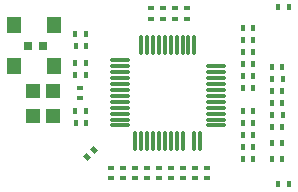
<source format=gtp>
G04*
G04 #@! TF.GenerationSoftware,Altium Limited,Altium Designer,18.1.9 (240)*
G04*
G04 Layer_Color=8421504*
%FSLAX25Y25*%
%MOIN*%
G70*
G01*
G75*
%ADD16R,0.04724X0.05512*%
%ADD17R,0.01968X0.01575*%
%ADD18R,0.01575X0.01968*%
%ADD19O,0.01100X0.07087*%
%ADD20O,0.07087X0.01100*%
G04:AMPARAMS|DCode=21|XSize=15.75mil|YSize=19.68mil|CornerRadius=0mil|HoleSize=0mil|Usage=FLASHONLY|Rotation=225.000|XOffset=0mil|YOffset=0mil|HoleType=Round|Shape=Rectangle|*
%AMROTATEDRECTD21*
4,1,4,-0.00139,0.01253,0.01253,-0.00139,0.00139,-0.01253,-0.01253,0.00139,-0.00139,0.01253,0.0*
%
%ADD21ROTATEDRECTD21*%

%ADD22R,0.04724X0.05118*%
%ADD23R,0.03000X0.02500*%
D16*
X306193Y196000D02*
D03*
X292807D02*
D03*
X306193Y182500D02*
D03*
X292807D02*
D03*
D17*
X350500Y201771D02*
D03*
X350500Y198228D02*
D03*
X346500Y201771D02*
D03*
X346500Y198228D02*
D03*
X357000Y145000D02*
D03*
Y148346D02*
D03*
X353000Y145000D02*
D03*
Y148346D02*
D03*
X349000Y145000D02*
D03*
Y148346D02*
D03*
X345000Y145000D02*
D03*
Y148346D02*
D03*
X341000Y145000D02*
D03*
Y148346D02*
D03*
X325000Y145000D02*
D03*
Y148346D02*
D03*
X337000Y145000D02*
D03*
Y148346D02*
D03*
X333000Y145000D02*
D03*
Y148346D02*
D03*
X328984Y145000D02*
D03*
Y148346D02*
D03*
X342500Y201771D02*
D03*
X342500Y198228D02*
D03*
X314830Y171774D02*
D03*
Y175120D02*
D03*
X338500Y201771D02*
D03*
X338500Y198228D02*
D03*
D18*
X372543Y175118D02*
D03*
X369000Y175118D02*
D03*
X368957Y163366D02*
D03*
X372304D02*
D03*
X382075Y156750D02*
D03*
X378729D02*
D03*
X382075Y151500D02*
D03*
X378729D02*
D03*
X368957Y155366D02*
D03*
X372304D02*
D03*
X368957Y159367D02*
D03*
X372500Y159366D02*
D03*
X368957Y151366D02*
D03*
X372304D02*
D03*
X313298Y163546D02*
D03*
X316644D02*
D03*
X369000Y183000D02*
D03*
X372346D02*
D03*
X378729Y174000D02*
D03*
X382075D02*
D03*
X378729Y178000D02*
D03*
X382272Y178000D02*
D03*
X378729Y170000D02*
D03*
X382075D02*
D03*
X378729Y166000D02*
D03*
X382272Y166000D02*
D03*
X369000Y191000D02*
D03*
X372346D02*
D03*
X316644Y167545D02*
D03*
X313101Y167545D02*
D03*
X369000Y195000D02*
D03*
X372346D02*
D03*
X382075Y162000D02*
D03*
X378729D02*
D03*
Y182001D02*
D03*
X382075D02*
D03*
X384271Y202000D02*
D03*
X380728Y202000D02*
D03*
X384271Y143000D02*
D03*
X380728Y143000D02*
D03*
X316602Y179545D02*
D03*
X313059Y179545D02*
D03*
X313059Y193046D02*
D03*
X316602Y193045D02*
D03*
X316602Y189187D02*
D03*
X313256D02*
D03*
X369000Y179000D02*
D03*
X372543Y179000D02*
D03*
X372543Y187000D02*
D03*
X369000Y187000D02*
D03*
X372500Y167366D02*
D03*
X368957Y167366D02*
D03*
X316602Y183545D02*
D03*
X313059Y183545D02*
D03*
D19*
X354827Y157455D02*
D03*
X352858D02*
D03*
X348921D02*
D03*
X346953D02*
D03*
X344984D02*
D03*
X343016D02*
D03*
X341047D02*
D03*
X339079D02*
D03*
X337110D02*
D03*
X335142D02*
D03*
X333173D02*
D03*
X335142Y189545D02*
D03*
X337110D02*
D03*
X339079D02*
D03*
X341047D02*
D03*
X343016D02*
D03*
X344984D02*
D03*
X346953D02*
D03*
X348921D02*
D03*
X350890D02*
D03*
X352858D02*
D03*
D20*
X327955Y162673D02*
D03*
Y164642D02*
D03*
Y166610D02*
D03*
Y168579D02*
D03*
Y170547D02*
D03*
Y172516D02*
D03*
Y174484D02*
D03*
Y176453D02*
D03*
Y178421D02*
D03*
Y180390D02*
D03*
Y182358D02*
D03*
Y184327D02*
D03*
X360045Y182358D02*
D03*
Y180390D02*
D03*
Y178421D02*
D03*
Y176453D02*
D03*
Y174484D02*
D03*
Y172516D02*
D03*
Y170547D02*
D03*
Y168579D02*
D03*
Y166610D02*
D03*
Y164642D02*
D03*
Y162673D02*
D03*
D21*
X317000Y152000D02*
D03*
X319366Y154366D02*
D03*
D22*
X299153Y165911D02*
D03*
Y174179D02*
D03*
X305847D02*
D03*
Y165911D02*
D03*
D23*
X297500Y189000D02*
D03*
X302500D02*
D03*
M02*

</source>
